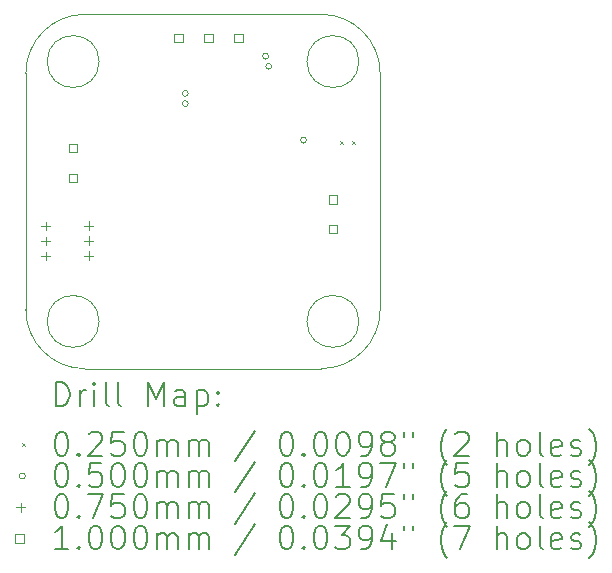
<source format=gbr>
%TF.GenerationSoftware,KiCad,Pcbnew,7.0.7*%
%TF.CreationDate,2023-12-21T16:20:20-05:00*%
%TF.ProjectId,BDC_ctrl_w_hall_effect_latches,4244435f-6374-4726-9c5f-775f68616c6c,rev?*%
%TF.SameCoordinates,Original*%
%TF.FileFunction,Drillmap*%
%TF.FilePolarity,Positive*%
%FSLAX45Y45*%
G04 Gerber Fmt 4.5, Leading zero omitted, Abs format (unit mm)*
G04 Created by KiCad (PCBNEW 7.0.7) date 2023-12-21 16:20:20*
%MOMM*%
%LPD*%
G01*
G04 APERTURE LIST*
%ADD10C,0.100000*%
%ADD11C,0.200000*%
%ADD12C,0.025000*%
%ADD13C,0.050000*%
%ADD14C,0.075000*%
G04 APERTURE END LIST*
D10*
X2000000Y-1500000D02*
G75*
G03*
X1500000Y-2000000I0J-500000D01*
G01*
X2120000Y-1900000D02*
G75*
G03*
X2120000Y-1900000I-220000J0D01*
G01*
X1500000Y-4000000D02*
X1500000Y-2000000D01*
X2000000Y-1500000D02*
X4000000Y-1500000D01*
X4320000Y-1900000D02*
G75*
G03*
X4320000Y-1900000I-220000J0D01*
G01*
X4500000Y-2000000D02*
G75*
G03*
X4000000Y-1500000I-500000J0D01*
G01*
X4320000Y-4100000D02*
G75*
G03*
X4320000Y-4100000I-220000J0D01*
G01*
X4000000Y-4500000D02*
X2000000Y-4500000D01*
X1500000Y-4000000D02*
G75*
G03*
X2000000Y-4500000I500000J0D01*
G01*
X2120000Y-4100000D02*
G75*
G03*
X2120000Y-4100000I-220000J0D01*
G01*
X4000000Y-4500000D02*
G75*
G03*
X4500000Y-4000000I0J500000D01*
G01*
X4500000Y-2000000D02*
X4500000Y-4000000D01*
D11*
D12*
X4160180Y-2570890D02*
X4185180Y-2595890D01*
X4185180Y-2570890D02*
X4160180Y-2595890D01*
X4260180Y-2570890D02*
X4285180Y-2595890D01*
X4285180Y-2570890D02*
X4260180Y-2595890D01*
D13*
X2874880Y-2169160D02*
G75*
G03*
X2874880Y-2169160I-25000J0D01*
G01*
X2874880Y-2255520D02*
G75*
G03*
X2874880Y-2255520I-25000J0D01*
G01*
X3555600Y-1854200D02*
G75*
G03*
X3555600Y-1854200I-25000J0D01*
G01*
X3581000Y-1940560D02*
G75*
G03*
X3581000Y-1940560I-25000J0D01*
G01*
X3875640Y-2565400D02*
G75*
G03*
X3875640Y-2565400I-25000J0D01*
G01*
D14*
X1667500Y-3254340D02*
X1667500Y-3329340D01*
X1630000Y-3291840D02*
X1705000Y-3291840D01*
X1667500Y-3381340D02*
X1667500Y-3456340D01*
X1630000Y-3418840D02*
X1705000Y-3418840D01*
X1667500Y-3508340D02*
X1667500Y-3583340D01*
X1630000Y-3545840D02*
X1705000Y-3545840D01*
X2030740Y-3252340D02*
X2030740Y-3327340D01*
X1993240Y-3289840D02*
X2068240Y-3289840D01*
X2030740Y-3379340D02*
X2030740Y-3454340D01*
X1993240Y-3416840D02*
X2068240Y-3416840D01*
X2030740Y-3506340D02*
X2030740Y-3581340D01*
X1993240Y-3543840D02*
X2068240Y-3543840D01*
D10*
X1935276Y-2668796D02*
X1935276Y-2598084D01*
X1864564Y-2598084D01*
X1864564Y-2668796D01*
X1935276Y-2668796D01*
X1935276Y-2918796D02*
X1935276Y-2848084D01*
X1864564Y-2848084D01*
X1864564Y-2918796D01*
X1935276Y-2918796D01*
X2827856Y-1737156D02*
X2827856Y-1666444D01*
X2757144Y-1666444D01*
X2757144Y-1737156D01*
X2827856Y-1737156D01*
X3081856Y-1737156D02*
X3081856Y-1666444D01*
X3011144Y-1666444D01*
X3011144Y-1737156D01*
X3081856Y-1737156D01*
X3335856Y-1737156D02*
X3335856Y-1666444D01*
X3265144Y-1666444D01*
X3265144Y-1737156D01*
X3335856Y-1737156D01*
X4133716Y-3103566D02*
X4133716Y-3032854D01*
X4063004Y-3032854D01*
X4063004Y-3103566D01*
X4133716Y-3103566D01*
X4133716Y-3353566D02*
X4133716Y-3282854D01*
X4063004Y-3282854D01*
X4063004Y-3353566D01*
X4133716Y-3353566D01*
D11*
X1755777Y-4816484D02*
X1755777Y-4616484D01*
X1755777Y-4616484D02*
X1803396Y-4616484D01*
X1803396Y-4616484D02*
X1831967Y-4626008D01*
X1831967Y-4626008D02*
X1851015Y-4645055D01*
X1851015Y-4645055D02*
X1860539Y-4664103D01*
X1860539Y-4664103D02*
X1870062Y-4702198D01*
X1870062Y-4702198D02*
X1870062Y-4730770D01*
X1870062Y-4730770D02*
X1860539Y-4768865D01*
X1860539Y-4768865D02*
X1851015Y-4787912D01*
X1851015Y-4787912D02*
X1831967Y-4806960D01*
X1831967Y-4806960D02*
X1803396Y-4816484D01*
X1803396Y-4816484D02*
X1755777Y-4816484D01*
X1955777Y-4816484D02*
X1955777Y-4683150D01*
X1955777Y-4721246D02*
X1965301Y-4702198D01*
X1965301Y-4702198D02*
X1974824Y-4692674D01*
X1974824Y-4692674D02*
X1993872Y-4683150D01*
X1993872Y-4683150D02*
X2012920Y-4683150D01*
X2079586Y-4816484D02*
X2079586Y-4683150D01*
X2079586Y-4616484D02*
X2070062Y-4626008D01*
X2070062Y-4626008D02*
X2079586Y-4635531D01*
X2079586Y-4635531D02*
X2089110Y-4626008D01*
X2089110Y-4626008D02*
X2079586Y-4616484D01*
X2079586Y-4616484D02*
X2079586Y-4635531D01*
X2203396Y-4816484D02*
X2184348Y-4806960D01*
X2184348Y-4806960D02*
X2174824Y-4787912D01*
X2174824Y-4787912D02*
X2174824Y-4616484D01*
X2308158Y-4816484D02*
X2289110Y-4806960D01*
X2289110Y-4806960D02*
X2279586Y-4787912D01*
X2279586Y-4787912D02*
X2279586Y-4616484D01*
X2536729Y-4816484D02*
X2536729Y-4616484D01*
X2536729Y-4616484D02*
X2603396Y-4759341D01*
X2603396Y-4759341D02*
X2670063Y-4616484D01*
X2670063Y-4616484D02*
X2670063Y-4816484D01*
X2851015Y-4816484D02*
X2851015Y-4711722D01*
X2851015Y-4711722D02*
X2841491Y-4692674D01*
X2841491Y-4692674D02*
X2822443Y-4683150D01*
X2822443Y-4683150D02*
X2784348Y-4683150D01*
X2784348Y-4683150D02*
X2765301Y-4692674D01*
X2851015Y-4806960D02*
X2831967Y-4816484D01*
X2831967Y-4816484D02*
X2784348Y-4816484D01*
X2784348Y-4816484D02*
X2765301Y-4806960D01*
X2765301Y-4806960D02*
X2755777Y-4787912D01*
X2755777Y-4787912D02*
X2755777Y-4768865D01*
X2755777Y-4768865D02*
X2765301Y-4749817D01*
X2765301Y-4749817D02*
X2784348Y-4740293D01*
X2784348Y-4740293D02*
X2831967Y-4740293D01*
X2831967Y-4740293D02*
X2851015Y-4730770D01*
X2946253Y-4683150D02*
X2946253Y-4883150D01*
X2946253Y-4692674D02*
X2965301Y-4683150D01*
X2965301Y-4683150D02*
X3003396Y-4683150D01*
X3003396Y-4683150D02*
X3022443Y-4692674D01*
X3022443Y-4692674D02*
X3031967Y-4702198D01*
X3031967Y-4702198D02*
X3041491Y-4721246D01*
X3041491Y-4721246D02*
X3041491Y-4778389D01*
X3041491Y-4778389D02*
X3031967Y-4797436D01*
X3031967Y-4797436D02*
X3022443Y-4806960D01*
X3022443Y-4806960D02*
X3003396Y-4816484D01*
X3003396Y-4816484D02*
X2965301Y-4816484D01*
X2965301Y-4816484D02*
X2946253Y-4806960D01*
X3127205Y-4797436D02*
X3136729Y-4806960D01*
X3136729Y-4806960D02*
X3127205Y-4816484D01*
X3127205Y-4816484D02*
X3117682Y-4806960D01*
X3117682Y-4806960D02*
X3127205Y-4797436D01*
X3127205Y-4797436D02*
X3127205Y-4816484D01*
X3127205Y-4692674D02*
X3136729Y-4702198D01*
X3136729Y-4702198D02*
X3127205Y-4711722D01*
X3127205Y-4711722D02*
X3117682Y-4702198D01*
X3117682Y-4702198D02*
X3127205Y-4692674D01*
X3127205Y-4692674D02*
X3127205Y-4711722D01*
D12*
X1470000Y-5132500D02*
X1495000Y-5157500D01*
X1495000Y-5132500D02*
X1470000Y-5157500D01*
D11*
X1793872Y-5036484D02*
X1812920Y-5036484D01*
X1812920Y-5036484D02*
X1831967Y-5046008D01*
X1831967Y-5046008D02*
X1841491Y-5055531D01*
X1841491Y-5055531D02*
X1851015Y-5074579D01*
X1851015Y-5074579D02*
X1860539Y-5112674D01*
X1860539Y-5112674D02*
X1860539Y-5160293D01*
X1860539Y-5160293D02*
X1851015Y-5198389D01*
X1851015Y-5198389D02*
X1841491Y-5217436D01*
X1841491Y-5217436D02*
X1831967Y-5226960D01*
X1831967Y-5226960D02*
X1812920Y-5236484D01*
X1812920Y-5236484D02*
X1793872Y-5236484D01*
X1793872Y-5236484D02*
X1774824Y-5226960D01*
X1774824Y-5226960D02*
X1765301Y-5217436D01*
X1765301Y-5217436D02*
X1755777Y-5198389D01*
X1755777Y-5198389D02*
X1746253Y-5160293D01*
X1746253Y-5160293D02*
X1746253Y-5112674D01*
X1746253Y-5112674D02*
X1755777Y-5074579D01*
X1755777Y-5074579D02*
X1765301Y-5055531D01*
X1765301Y-5055531D02*
X1774824Y-5046008D01*
X1774824Y-5046008D02*
X1793872Y-5036484D01*
X1946253Y-5217436D02*
X1955777Y-5226960D01*
X1955777Y-5226960D02*
X1946253Y-5236484D01*
X1946253Y-5236484D02*
X1936729Y-5226960D01*
X1936729Y-5226960D02*
X1946253Y-5217436D01*
X1946253Y-5217436D02*
X1946253Y-5236484D01*
X2031967Y-5055531D02*
X2041491Y-5046008D01*
X2041491Y-5046008D02*
X2060539Y-5036484D01*
X2060539Y-5036484D02*
X2108158Y-5036484D01*
X2108158Y-5036484D02*
X2127205Y-5046008D01*
X2127205Y-5046008D02*
X2136729Y-5055531D01*
X2136729Y-5055531D02*
X2146253Y-5074579D01*
X2146253Y-5074579D02*
X2146253Y-5093627D01*
X2146253Y-5093627D02*
X2136729Y-5122198D01*
X2136729Y-5122198D02*
X2022443Y-5236484D01*
X2022443Y-5236484D02*
X2146253Y-5236484D01*
X2327205Y-5036484D02*
X2231967Y-5036484D01*
X2231967Y-5036484D02*
X2222444Y-5131722D01*
X2222444Y-5131722D02*
X2231967Y-5122198D01*
X2231967Y-5122198D02*
X2251015Y-5112674D01*
X2251015Y-5112674D02*
X2298634Y-5112674D01*
X2298634Y-5112674D02*
X2317682Y-5122198D01*
X2317682Y-5122198D02*
X2327205Y-5131722D01*
X2327205Y-5131722D02*
X2336729Y-5150770D01*
X2336729Y-5150770D02*
X2336729Y-5198389D01*
X2336729Y-5198389D02*
X2327205Y-5217436D01*
X2327205Y-5217436D02*
X2317682Y-5226960D01*
X2317682Y-5226960D02*
X2298634Y-5236484D01*
X2298634Y-5236484D02*
X2251015Y-5236484D01*
X2251015Y-5236484D02*
X2231967Y-5226960D01*
X2231967Y-5226960D02*
X2222444Y-5217436D01*
X2460539Y-5036484D02*
X2479586Y-5036484D01*
X2479586Y-5036484D02*
X2498634Y-5046008D01*
X2498634Y-5046008D02*
X2508158Y-5055531D01*
X2508158Y-5055531D02*
X2517682Y-5074579D01*
X2517682Y-5074579D02*
X2527205Y-5112674D01*
X2527205Y-5112674D02*
X2527205Y-5160293D01*
X2527205Y-5160293D02*
X2517682Y-5198389D01*
X2517682Y-5198389D02*
X2508158Y-5217436D01*
X2508158Y-5217436D02*
X2498634Y-5226960D01*
X2498634Y-5226960D02*
X2479586Y-5236484D01*
X2479586Y-5236484D02*
X2460539Y-5236484D01*
X2460539Y-5236484D02*
X2441491Y-5226960D01*
X2441491Y-5226960D02*
X2431967Y-5217436D01*
X2431967Y-5217436D02*
X2422444Y-5198389D01*
X2422444Y-5198389D02*
X2412920Y-5160293D01*
X2412920Y-5160293D02*
X2412920Y-5112674D01*
X2412920Y-5112674D02*
X2422444Y-5074579D01*
X2422444Y-5074579D02*
X2431967Y-5055531D01*
X2431967Y-5055531D02*
X2441491Y-5046008D01*
X2441491Y-5046008D02*
X2460539Y-5036484D01*
X2612920Y-5236484D02*
X2612920Y-5103150D01*
X2612920Y-5122198D02*
X2622444Y-5112674D01*
X2622444Y-5112674D02*
X2641491Y-5103150D01*
X2641491Y-5103150D02*
X2670063Y-5103150D01*
X2670063Y-5103150D02*
X2689110Y-5112674D01*
X2689110Y-5112674D02*
X2698634Y-5131722D01*
X2698634Y-5131722D02*
X2698634Y-5236484D01*
X2698634Y-5131722D02*
X2708158Y-5112674D01*
X2708158Y-5112674D02*
X2727205Y-5103150D01*
X2727205Y-5103150D02*
X2755777Y-5103150D01*
X2755777Y-5103150D02*
X2774825Y-5112674D01*
X2774825Y-5112674D02*
X2784348Y-5131722D01*
X2784348Y-5131722D02*
X2784348Y-5236484D01*
X2879586Y-5236484D02*
X2879586Y-5103150D01*
X2879586Y-5122198D02*
X2889110Y-5112674D01*
X2889110Y-5112674D02*
X2908158Y-5103150D01*
X2908158Y-5103150D02*
X2936729Y-5103150D01*
X2936729Y-5103150D02*
X2955777Y-5112674D01*
X2955777Y-5112674D02*
X2965301Y-5131722D01*
X2965301Y-5131722D02*
X2965301Y-5236484D01*
X2965301Y-5131722D02*
X2974824Y-5112674D01*
X2974824Y-5112674D02*
X2993872Y-5103150D01*
X2993872Y-5103150D02*
X3022443Y-5103150D01*
X3022443Y-5103150D02*
X3041491Y-5112674D01*
X3041491Y-5112674D02*
X3051015Y-5131722D01*
X3051015Y-5131722D02*
X3051015Y-5236484D01*
X3441491Y-5026960D02*
X3270063Y-5284103D01*
X3698634Y-5036484D02*
X3717682Y-5036484D01*
X3717682Y-5036484D02*
X3736729Y-5046008D01*
X3736729Y-5046008D02*
X3746253Y-5055531D01*
X3746253Y-5055531D02*
X3755777Y-5074579D01*
X3755777Y-5074579D02*
X3765301Y-5112674D01*
X3765301Y-5112674D02*
X3765301Y-5160293D01*
X3765301Y-5160293D02*
X3755777Y-5198389D01*
X3755777Y-5198389D02*
X3746253Y-5217436D01*
X3746253Y-5217436D02*
X3736729Y-5226960D01*
X3736729Y-5226960D02*
X3717682Y-5236484D01*
X3717682Y-5236484D02*
X3698634Y-5236484D01*
X3698634Y-5236484D02*
X3679586Y-5226960D01*
X3679586Y-5226960D02*
X3670063Y-5217436D01*
X3670063Y-5217436D02*
X3660539Y-5198389D01*
X3660539Y-5198389D02*
X3651015Y-5160293D01*
X3651015Y-5160293D02*
X3651015Y-5112674D01*
X3651015Y-5112674D02*
X3660539Y-5074579D01*
X3660539Y-5074579D02*
X3670063Y-5055531D01*
X3670063Y-5055531D02*
X3679586Y-5046008D01*
X3679586Y-5046008D02*
X3698634Y-5036484D01*
X3851015Y-5217436D02*
X3860539Y-5226960D01*
X3860539Y-5226960D02*
X3851015Y-5236484D01*
X3851015Y-5236484D02*
X3841491Y-5226960D01*
X3841491Y-5226960D02*
X3851015Y-5217436D01*
X3851015Y-5217436D02*
X3851015Y-5236484D01*
X3984348Y-5036484D02*
X4003396Y-5036484D01*
X4003396Y-5036484D02*
X4022444Y-5046008D01*
X4022444Y-5046008D02*
X4031967Y-5055531D01*
X4031967Y-5055531D02*
X4041491Y-5074579D01*
X4041491Y-5074579D02*
X4051015Y-5112674D01*
X4051015Y-5112674D02*
X4051015Y-5160293D01*
X4051015Y-5160293D02*
X4041491Y-5198389D01*
X4041491Y-5198389D02*
X4031967Y-5217436D01*
X4031967Y-5217436D02*
X4022444Y-5226960D01*
X4022444Y-5226960D02*
X4003396Y-5236484D01*
X4003396Y-5236484D02*
X3984348Y-5236484D01*
X3984348Y-5236484D02*
X3965301Y-5226960D01*
X3965301Y-5226960D02*
X3955777Y-5217436D01*
X3955777Y-5217436D02*
X3946253Y-5198389D01*
X3946253Y-5198389D02*
X3936729Y-5160293D01*
X3936729Y-5160293D02*
X3936729Y-5112674D01*
X3936729Y-5112674D02*
X3946253Y-5074579D01*
X3946253Y-5074579D02*
X3955777Y-5055531D01*
X3955777Y-5055531D02*
X3965301Y-5046008D01*
X3965301Y-5046008D02*
X3984348Y-5036484D01*
X4174825Y-5036484D02*
X4193872Y-5036484D01*
X4193872Y-5036484D02*
X4212920Y-5046008D01*
X4212920Y-5046008D02*
X4222444Y-5055531D01*
X4222444Y-5055531D02*
X4231968Y-5074579D01*
X4231968Y-5074579D02*
X4241491Y-5112674D01*
X4241491Y-5112674D02*
X4241491Y-5160293D01*
X4241491Y-5160293D02*
X4231968Y-5198389D01*
X4231968Y-5198389D02*
X4222444Y-5217436D01*
X4222444Y-5217436D02*
X4212920Y-5226960D01*
X4212920Y-5226960D02*
X4193872Y-5236484D01*
X4193872Y-5236484D02*
X4174825Y-5236484D01*
X4174825Y-5236484D02*
X4155777Y-5226960D01*
X4155777Y-5226960D02*
X4146253Y-5217436D01*
X4146253Y-5217436D02*
X4136729Y-5198389D01*
X4136729Y-5198389D02*
X4127206Y-5160293D01*
X4127206Y-5160293D02*
X4127206Y-5112674D01*
X4127206Y-5112674D02*
X4136729Y-5074579D01*
X4136729Y-5074579D02*
X4146253Y-5055531D01*
X4146253Y-5055531D02*
X4155777Y-5046008D01*
X4155777Y-5046008D02*
X4174825Y-5036484D01*
X4336729Y-5236484D02*
X4374825Y-5236484D01*
X4374825Y-5236484D02*
X4393872Y-5226960D01*
X4393872Y-5226960D02*
X4403396Y-5217436D01*
X4403396Y-5217436D02*
X4422444Y-5188865D01*
X4422444Y-5188865D02*
X4431968Y-5150770D01*
X4431968Y-5150770D02*
X4431968Y-5074579D01*
X4431968Y-5074579D02*
X4422444Y-5055531D01*
X4422444Y-5055531D02*
X4412920Y-5046008D01*
X4412920Y-5046008D02*
X4393872Y-5036484D01*
X4393872Y-5036484D02*
X4355777Y-5036484D01*
X4355777Y-5036484D02*
X4336729Y-5046008D01*
X4336729Y-5046008D02*
X4327206Y-5055531D01*
X4327206Y-5055531D02*
X4317682Y-5074579D01*
X4317682Y-5074579D02*
X4317682Y-5122198D01*
X4317682Y-5122198D02*
X4327206Y-5141246D01*
X4327206Y-5141246D02*
X4336729Y-5150770D01*
X4336729Y-5150770D02*
X4355777Y-5160293D01*
X4355777Y-5160293D02*
X4393872Y-5160293D01*
X4393872Y-5160293D02*
X4412920Y-5150770D01*
X4412920Y-5150770D02*
X4422444Y-5141246D01*
X4422444Y-5141246D02*
X4431968Y-5122198D01*
X4546253Y-5122198D02*
X4527206Y-5112674D01*
X4527206Y-5112674D02*
X4517682Y-5103150D01*
X4517682Y-5103150D02*
X4508158Y-5084103D01*
X4508158Y-5084103D02*
X4508158Y-5074579D01*
X4508158Y-5074579D02*
X4517682Y-5055531D01*
X4517682Y-5055531D02*
X4527206Y-5046008D01*
X4527206Y-5046008D02*
X4546253Y-5036484D01*
X4546253Y-5036484D02*
X4584349Y-5036484D01*
X4584349Y-5036484D02*
X4603396Y-5046008D01*
X4603396Y-5046008D02*
X4612920Y-5055531D01*
X4612920Y-5055531D02*
X4622444Y-5074579D01*
X4622444Y-5074579D02*
X4622444Y-5084103D01*
X4622444Y-5084103D02*
X4612920Y-5103150D01*
X4612920Y-5103150D02*
X4603396Y-5112674D01*
X4603396Y-5112674D02*
X4584349Y-5122198D01*
X4584349Y-5122198D02*
X4546253Y-5122198D01*
X4546253Y-5122198D02*
X4527206Y-5131722D01*
X4527206Y-5131722D02*
X4517682Y-5141246D01*
X4517682Y-5141246D02*
X4508158Y-5160293D01*
X4508158Y-5160293D02*
X4508158Y-5198389D01*
X4508158Y-5198389D02*
X4517682Y-5217436D01*
X4517682Y-5217436D02*
X4527206Y-5226960D01*
X4527206Y-5226960D02*
X4546253Y-5236484D01*
X4546253Y-5236484D02*
X4584349Y-5236484D01*
X4584349Y-5236484D02*
X4603396Y-5226960D01*
X4603396Y-5226960D02*
X4612920Y-5217436D01*
X4612920Y-5217436D02*
X4622444Y-5198389D01*
X4622444Y-5198389D02*
X4622444Y-5160293D01*
X4622444Y-5160293D02*
X4612920Y-5141246D01*
X4612920Y-5141246D02*
X4603396Y-5131722D01*
X4603396Y-5131722D02*
X4584349Y-5122198D01*
X4698634Y-5036484D02*
X4698634Y-5074579D01*
X4774825Y-5036484D02*
X4774825Y-5074579D01*
X5070063Y-5312674D02*
X5060539Y-5303150D01*
X5060539Y-5303150D02*
X5041491Y-5274579D01*
X5041491Y-5274579D02*
X5031968Y-5255531D01*
X5031968Y-5255531D02*
X5022444Y-5226960D01*
X5022444Y-5226960D02*
X5012920Y-5179341D01*
X5012920Y-5179341D02*
X5012920Y-5141246D01*
X5012920Y-5141246D02*
X5022444Y-5093627D01*
X5022444Y-5093627D02*
X5031968Y-5065055D01*
X5031968Y-5065055D02*
X5041491Y-5046008D01*
X5041491Y-5046008D02*
X5060539Y-5017436D01*
X5060539Y-5017436D02*
X5070063Y-5007912D01*
X5136730Y-5055531D02*
X5146253Y-5046008D01*
X5146253Y-5046008D02*
X5165301Y-5036484D01*
X5165301Y-5036484D02*
X5212920Y-5036484D01*
X5212920Y-5036484D02*
X5231968Y-5046008D01*
X5231968Y-5046008D02*
X5241491Y-5055531D01*
X5241491Y-5055531D02*
X5251015Y-5074579D01*
X5251015Y-5074579D02*
X5251015Y-5093627D01*
X5251015Y-5093627D02*
X5241491Y-5122198D01*
X5241491Y-5122198D02*
X5127206Y-5236484D01*
X5127206Y-5236484D02*
X5251015Y-5236484D01*
X5489111Y-5236484D02*
X5489111Y-5036484D01*
X5574825Y-5236484D02*
X5574825Y-5131722D01*
X5574825Y-5131722D02*
X5565301Y-5112674D01*
X5565301Y-5112674D02*
X5546253Y-5103150D01*
X5546253Y-5103150D02*
X5517682Y-5103150D01*
X5517682Y-5103150D02*
X5498634Y-5112674D01*
X5498634Y-5112674D02*
X5489111Y-5122198D01*
X5698634Y-5236484D02*
X5679587Y-5226960D01*
X5679587Y-5226960D02*
X5670063Y-5217436D01*
X5670063Y-5217436D02*
X5660539Y-5198389D01*
X5660539Y-5198389D02*
X5660539Y-5141246D01*
X5660539Y-5141246D02*
X5670063Y-5122198D01*
X5670063Y-5122198D02*
X5679587Y-5112674D01*
X5679587Y-5112674D02*
X5698634Y-5103150D01*
X5698634Y-5103150D02*
X5727206Y-5103150D01*
X5727206Y-5103150D02*
X5746253Y-5112674D01*
X5746253Y-5112674D02*
X5755777Y-5122198D01*
X5755777Y-5122198D02*
X5765301Y-5141246D01*
X5765301Y-5141246D02*
X5765301Y-5198389D01*
X5765301Y-5198389D02*
X5755777Y-5217436D01*
X5755777Y-5217436D02*
X5746253Y-5226960D01*
X5746253Y-5226960D02*
X5727206Y-5236484D01*
X5727206Y-5236484D02*
X5698634Y-5236484D01*
X5879587Y-5236484D02*
X5860539Y-5226960D01*
X5860539Y-5226960D02*
X5851015Y-5207912D01*
X5851015Y-5207912D02*
X5851015Y-5036484D01*
X6031968Y-5226960D02*
X6012920Y-5236484D01*
X6012920Y-5236484D02*
X5974825Y-5236484D01*
X5974825Y-5236484D02*
X5955777Y-5226960D01*
X5955777Y-5226960D02*
X5946253Y-5207912D01*
X5946253Y-5207912D02*
X5946253Y-5131722D01*
X5946253Y-5131722D02*
X5955777Y-5112674D01*
X5955777Y-5112674D02*
X5974825Y-5103150D01*
X5974825Y-5103150D02*
X6012920Y-5103150D01*
X6012920Y-5103150D02*
X6031968Y-5112674D01*
X6031968Y-5112674D02*
X6041491Y-5131722D01*
X6041491Y-5131722D02*
X6041491Y-5150770D01*
X6041491Y-5150770D02*
X5946253Y-5169817D01*
X6117682Y-5226960D02*
X6136730Y-5236484D01*
X6136730Y-5236484D02*
X6174825Y-5236484D01*
X6174825Y-5236484D02*
X6193872Y-5226960D01*
X6193872Y-5226960D02*
X6203396Y-5207912D01*
X6203396Y-5207912D02*
X6203396Y-5198389D01*
X6203396Y-5198389D02*
X6193872Y-5179341D01*
X6193872Y-5179341D02*
X6174825Y-5169817D01*
X6174825Y-5169817D02*
X6146253Y-5169817D01*
X6146253Y-5169817D02*
X6127206Y-5160293D01*
X6127206Y-5160293D02*
X6117682Y-5141246D01*
X6117682Y-5141246D02*
X6117682Y-5131722D01*
X6117682Y-5131722D02*
X6127206Y-5112674D01*
X6127206Y-5112674D02*
X6146253Y-5103150D01*
X6146253Y-5103150D02*
X6174825Y-5103150D01*
X6174825Y-5103150D02*
X6193872Y-5112674D01*
X6270063Y-5312674D02*
X6279587Y-5303150D01*
X6279587Y-5303150D02*
X6298634Y-5274579D01*
X6298634Y-5274579D02*
X6308158Y-5255531D01*
X6308158Y-5255531D02*
X6317682Y-5226960D01*
X6317682Y-5226960D02*
X6327206Y-5179341D01*
X6327206Y-5179341D02*
X6327206Y-5141246D01*
X6327206Y-5141246D02*
X6317682Y-5093627D01*
X6317682Y-5093627D02*
X6308158Y-5065055D01*
X6308158Y-5065055D02*
X6298634Y-5046008D01*
X6298634Y-5046008D02*
X6279587Y-5017436D01*
X6279587Y-5017436D02*
X6270063Y-5007912D01*
D13*
X1495000Y-5409000D02*
G75*
G03*
X1495000Y-5409000I-25000J0D01*
G01*
D11*
X1793872Y-5300484D02*
X1812920Y-5300484D01*
X1812920Y-5300484D02*
X1831967Y-5310008D01*
X1831967Y-5310008D02*
X1841491Y-5319531D01*
X1841491Y-5319531D02*
X1851015Y-5338579D01*
X1851015Y-5338579D02*
X1860539Y-5376674D01*
X1860539Y-5376674D02*
X1860539Y-5424293D01*
X1860539Y-5424293D02*
X1851015Y-5462389D01*
X1851015Y-5462389D02*
X1841491Y-5481436D01*
X1841491Y-5481436D02*
X1831967Y-5490960D01*
X1831967Y-5490960D02*
X1812920Y-5500484D01*
X1812920Y-5500484D02*
X1793872Y-5500484D01*
X1793872Y-5500484D02*
X1774824Y-5490960D01*
X1774824Y-5490960D02*
X1765301Y-5481436D01*
X1765301Y-5481436D02*
X1755777Y-5462389D01*
X1755777Y-5462389D02*
X1746253Y-5424293D01*
X1746253Y-5424293D02*
X1746253Y-5376674D01*
X1746253Y-5376674D02*
X1755777Y-5338579D01*
X1755777Y-5338579D02*
X1765301Y-5319531D01*
X1765301Y-5319531D02*
X1774824Y-5310008D01*
X1774824Y-5310008D02*
X1793872Y-5300484D01*
X1946253Y-5481436D02*
X1955777Y-5490960D01*
X1955777Y-5490960D02*
X1946253Y-5500484D01*
X1946253Y-5500484D02*
X1936729Y-5490960D01*
X1936729Y-5490960D02*
X1946253Y-5481436D01*
X1946253Y-5481436D02*
X1946253Y-5500484D01*
X2136729Y-5300484D02*
X2041491Y-5300484D01*
X2041491Y-5300484D02*
X2031967Y-5395722D01*
X2031967Y-5395722D02*
X2041491Y-5386198D01*
X2041491Y-5386198D02*
X2060539Y-5376674D01*
X2060539Y-5376674D02*
X2108158Y-5376674D01*
X2108158Y-5376674D02*
X2127205Y-5386198D01*
X2127205Y-5386198D02*
X2136729Y-5395722D01*
X2136729Y-5395722D02*
X2146253Y-5414770D01*
X2146253Y-5414770D02*
X2146253Y-5462389D01*
X2146253Y-5462389D02*
X2136729Y-5481436D01*
X2136729Y-5481436D02*
X2127205Y-5490960D01*
X2127205Y-5490960D02*
X2108158Y-5500484D01*
X2108158Y-5500484D02*
X2060539Y-5500484D01*
X2060539Y-5500484D02*
X2041491Y-5490960D01*
X2041491Y-5490960D02*
X2031967Y-5481436D01*
X2270063Y-5300484D02*
X2289110Y-5300484D01*
X2289110Y-5300484D02*
X2308158Y-5310008D01*
X2308158Y-5310008D02*
X2317682Y-5319531D01*
X2317682Y-5319531D02*
X2327205Y-5338579D01*
X2327205Y-5338579D02*
X2336729Y-5376674D01*
X2336729Y-5376674D02*
X2336729Y-5424293D01*
X2336729Y-5424293D02*
X2327205Y-5462389D01*
X2327205Y-5462389D02*
X2317682Y-5481436D01*
X2317682Y-5481436D02*
X2308158Y-5490960D01*
X2308158Y-5490960D02*
X2289110Y-5500484D01*
X2289110Y-5500484D02*
X2270063Y-5500484D01*
X2270063Y-5500484D02*
X2251015Y-5490960D01*
X2251015Y-5490960D02*
X2241491Y-5481436D01*
X2241491Y-5481436D02*
X2231967Y-5462389D01*
X2231967Y-5462389D02*
X2222444Y-5424293D01*
X2222444Y-5424293D02*
X2222444Y-5376674D01*
X2222444Y-5376674D02*
X2231967Y-5338579D01*
X2231967Y-5338579D02*
X2241491Y-5319531D01*
X2241491Y-5319531D02*
X2251015Y-5310008D01*
X2251015Y-5310008D02*
X2270063Y-5300484D01*
X2460539Y-5300484D02*
X2479586Y-5300484D01*
X2479586Y-5300484D02*
X2498634Y-5310008D01*
X2498634Y-5310008D02*
X2508158Y-5319531D01*
X2508158Y-5319531D02*
X2517682Y-5338579D01*
X2517682Y-5338579D02*
X2527205Y-5376674D01*
X2527205Y-5376674D02*
X2527205Y-5424293D01*
X2527205Y-5424293D02*
X2517682Y-5462389D01*
X2517682Y-5462389D02*
X2508158Y-5481436D01*
X2508158Y-5481436D02*
X2498634Y-5490960D01*
X2498634Y-5490960D02*
X2479586Y-5500484D01*
X2479586Y-5500484D02*
X2460539Y-5500484D01*
X2460539Y-5500484D02*
X2441491Y-5490960D01*
X2441491Y-5490960D02*
X2431967Y-5481436D01*
X2431967Y-5481436D02*
X2422444Y-5462389D01*
X2422444Y-5462389D02*
X2412920Y-5424293D01*
X2412920Y-5424293D02*
X2412920Y-5376674D01*
X2412920Y-5376674D02*
X2422444Y-5338579D01*
X2422444Y-5338579D02*
X2431967Y-5319531D01*
X2431967Y-5319531D02*
X2441491Y-5310008D01*
X2441491Y-5310008D02*
X2460539Y-5300484D01*
X2612920Y-5500484D02*
X2612920Y-5367150D01*
X2612920Y-5386198D02*
X2622444Y-5376674D01*
X2622444Y-5376674D02*
X2641491Y-5367150D01*
X2641491Y-5367150D02*
X2670063Y-5367150D01*
X2670063Y-5367150D02*
X2689110Y-5376674D01*
X2689110Y-5376674D02*
X2698634Y-5395722D01*
X2698634Y-5395722D02*
X2698634Y-5500484D01*
X2698634Y-5395722D02*
X2708158Y-5376674D01*
X2708158Y-5376674D02*
X2727205Y-5367150D01*
X2727205Y-5367150D02*
X2755777Y-5367150D01*
X2755777Y-5367150D02*
X2774825Y-5376674D01*
X2774825Y-5376674D02*
X2784348Y-5395722D01*
X2784348Y-5395722D02*
X2784348Y-5500484D01*
X2879586Y-5500484D02*
X2879586Y-5367150D01*
X2879586Y-5386198D02*
X2889110Y-5376674D01*
X2889110Y-5376674D02*
X2908158Y-5367150D01*
X2908158Y-5367150D02*
X2936729Y-5367150D01*
X2936729Y-5367150D02*
X2955777Y-5376674D01*
X2955777Y-5376674D02*
X2965301Y-5395722D01*
X2965301Y-5395722D02*
X2965301Y-5500484D01*
X2965301Y-5395722D02*
X2974824Y-5376674D01*
X2974824Y-5376674D02*
X2993872Y-5367150D01*
X2993872Y-5367150D02*
X3022443Y-5367150D01*
X3022443Y-5367150D02*
X3041491Y-5376674D01*
X3041491Y-5376674D02*
X3051015Y-5395722D01*
X3051015Y-5395722D02*
X3051015Y-5500484D01*
X3441491Y-5290960D02*
X3270063Y-5548103D01*
X3698634Y-5300484D02*
X3717682Y-5300484D01*
X3717682Y-5300484D02*
X3736729Y-5310008D01*
X3736729Y-5310008D02*
X3746253Y-5319531D01*
X3746253Y-5319531D02*
X3755777Y-5338579D01*
X3755777Y-5338579D02*
X3765301Y-5376674D01*
X3765301Y-5376674D02*
X3765301Y-5424293D01*
X3765301Y-5424293D02*
X3755777Y-5462389D01*
X3755777Y-5462389D02*
X3746253Y-5481436D01*
X3746253Y-5481436D02*
X3736729Y-5490960D01*
X3736729Y-5490960D02*
X3717682Y-5500484D01*
X3717682Y-5500484D02*
X3698634Y-5500484D01*
X3698634Y-5500484D02*
X3679586Y-5490960D01*
X3679586Y-5490960D02*
X3670063Y-5481436D01*
X3670063Y-5481436D02*
X3660539Y-5462389D01*
X3660539Y-5462389D02*
X3651015Y-5424293D01*
X3651015Y-5424293D02*
X3651015Y-5376674D01*
X3651015Y-5376674D02*
X3660539Y-5338579D01*
X3660539Y-5338579D02*
X3670063Y-5319531D01*
X3670063Y-5319531D02*
X3679586Y-5310008D01*
X3679586Y-5310008D02*
X3698634Y-5300484D01*
X3851015Y-5481436D02*
X3860539Y-5490960D01*
X3860539Y-5490960D02*
X3851015Y-5500484D01*
X3851015Y-5500484D02*
X3841491Y-5490960D01*
X3841491Y-5490960D02*
X3851015Y-5481436D01*
X3851015Y-5481436D02*
X3851015Y-5500484D01*
X3984348Y-5300484D02*
X4003396Y-5300484D01*
X4003396Y-5300484D02*
X4022444Y-5310008D01*
X4022444Y-5310008D02*
X4031967Y-5319531D01*
X4031967Y-5319531D02*
X4041491Y-5338579D01*
X4041491Y-5338579D02*
X4051015Y-5376674D01*
X4051015Y-5376674D02*
X4051015Y-5424293D01*
X4051015Y-5424293D02*
X4041491Y-5462389D01*
X4041491Y-5462389D02*
X4031967Y-5481436D01*
X4031967Y-5481436D02*
X4022444Y-5490960D01*
X4022444Y-5490960D02*
X4003396Y-5500484D01*
X4003396Y-5500484D02*
X3984348Y-5500484D01*
X3984348Y-5500484D02*
X3965301Y-5490960D01*
X3965301Y-5490960D02*
X3955777Y-5481436D01*
X3955777Y-5481436D02*
X3946253Y-5462389D01*
X3946253Y-5462389D02*
X3936729Y-5424293D01*
X3936729Y-5424293D02*
X3936729Y-5376674D01*
X3936729Y-5376674D02*
X3946253Y-5338579D01*
X3946253Y-5338579D02*
X3955777Y-5319531D01*
X3955777Y-5319531D02*
X3965301Y-5310008D01*
X3965301Y-5310008D02*
X3984348Y-5300484D01*
X4241491Y-5500484D02*
X4127206Y-5500484D01*
X4184348Y-5500484D02*
X4184348Y-5300484D01*
X4184348Y-5300484D02*
X4165301Y-5329055D01*
X4165301Y-5329055D02*
X4146253Y-5348103D01*
X4146253Y-5348103D02*
X4127206Y-5357627D01*
X4336729Y-5500484D02*
X4374825Y-5500484D01*
X4374825Y-5500484D02*
X4393872Y-5490960D01*
X4393872Y-5490960D02*
X4403396Y-5481436D01*
X4403396Y-5481436D02*
X4422444Y-5452865D01*
X4422444Y-5452865D02*
X4431968Y-5414770D01*
X4431968Y-5414770D02*
X4431968Y-5338579D01*
X4431968Y-5338579D02*
X4422444Y-5319531D01*
X4422444Y-5319531D02*
X4412920Y-5310008D01*
X4412920Y-5310008D02*
X4393872Y-5300484D01*
X4393872Y-5300484D02*
X4355777Y-5300484D01*
X4355777Y-5300484D02*
X4336729Y-5310008D01*
X4336729Y-5310008D02*
X4327206Y-5319531D01*
X4327206Y-5319531D02*
X4317682Y-5338579D01*
X4317682Y-5338579D02*
X4317682Y-5386198D01*
X4317682Y-5386198D02*
X4327206Y-5405246D01*
X4327206Y-5405246D02*
X4336729Y-5414770D01*
X4336729Y-5414770D02*
X4355777Y-5424293D01*
X4355777Y-5424293D02*
X4393872Y-5424293D01*
X4393872Y-5424293D02*
X4412920Y-5414770D01*
X4412920Y-5414770D02*
X4422444Y-5405246D01*
X4422444Y-5405246D02*
X4431968Y-5386198D01*
X4498634Y-5300484D02*
X4631968Y-5300484D01*
X4631968Y-5300484D02*
X4546253Y-5500484D01*
X4698634Y-5300484D02*
X4698634Y-5338579D01*
X4774825Y-5300484D02*
X4774825Y-5338579D01*
X5070063Y-5576674D02*
X5060539Y-5567150D01*
X5060539Y-5567150D02*
X5041491Y-5538579D01*
X5041491Y-5538579D02*
X5031968Y-5519531D01*
X5031968Y-5519531D02*
X5022444Y-5490960D01*
X5022444Y-5490960D02*
X5012920Y-5443341D01*
X5012920Y-5443341D02*
X5012920Y-5405246D01*
X5012920Y-5405246D02*
X5022444Y-5357627D01*
X5022444Y-5357627D02*
X5031968Y-5329055D01*
X5031968Y-5329055D02*
X5041491Y-5310008D01*
X5041491Y-5310008D02*
X5060539Y-5281436D01*
X5060539Y-5281436D02*
X5070063Y-5271912D01*
X5241491Y-5300484D02*
X5146253Y-5300484D01*
X5146253Y-5300484D02*
X5136730Y-5395722D01*
X5136730Y-5395722D02*
X5146253Y-5386198D01*
X5146253Y-5386198D02*
X5165301Y-5376674D01*
X5165301Y-5376674D02*
X5212920Y-5376674D01*
X5212920Y-5376674D02*
X5231968Y-5386198D01*
X5231968Y-5386198D02*
X5241491Y-5395722D01*
X5241491Y-5395722D02*
X5251015Y-5414770D01*
X5251015Y-5414770D02*
X5251015Y-5462389D01*
X5251015Y-5462389D02*
X5241491Y-5481436D01*
X5241491Y-5481436D02*
X5231968Y-5490960D01*
X5231968Y-5490960D02*
X5212920Y-5500484D01*
X5212920Y-5500484D02*
X5165301Y-5500484D01*
X5165301Y-5500484D02*
X5146253Y-5490960D01*
X5146253Y-5490960D02*
X5136730Y-5481436D01*
X5489111Y-5500484D02*
X5489111Y-5300484D01*
X5574825Y-5500484D02*
X5574825Y-5395722D01*
X5574825Y-5395722D02*
X5565301Y-5376674D01*
X5565301Y-5376674D02*
X5546253Y-5367150D01*
X5546253Y-5367150D02*
X5517682Y-5367150D01*
X5517682Y-5367150D02*
X5498634Y-5376674D01*
X5498634Y-5376674D02*
X5489111Y-5386198D01*
X5698634Y-5500484D02*
X5679587Y-5490960D01*
X5679587Y-5490960D02*
X5670063Y-5481436D01*
X5670063Y-5481436D02*
X5660539Y-5462389D01*
X5660539Y-5462389D02*
X5660539Y-5405246D01*
X5660539Y-5405246D02*
X5670063Y-5386198D01*
X5670063Y-5386198D02*
X5679587Y-5376674D01*
X5679587Y-5376674D02*
X5698634Y-5367150D01*
X5698634Y-5367150D02*
X5727206Y-5367150D01*
X5727206Y-5367150D02*
X5746253Y-5376674D01*
X5746253Y-5376674D02*
X5755777Y-5386198D01*
X5755777Y-5386198D02*
X5765301Y-5405246D01*
X5765301Y-5405246D02*
X5765301Y-5462389D01*
X5765301Y-5462389D02*
X5755777Y-5481436D01*
X5755777Y-5481436D02*
X5746253Y-5490960D01*
X5746253Y-5490960D02*
X5727206Y-5500484D01*
X5727206Y-5500484D02*
X5698634Y-5500484D01*
X5879587Y-5500484D02*
X5860539Y-5490960D01*
X5860539Y-5490960D02*
X5851015Y-5471912D01*
X5851015Y-5471912D02*
X5851015Y-5300484D01*
X6031968Y-5490960D02*
X6012920Y-5500484D01*
X6012920Y-5500484D02*
X5974825Y-5500484D01*
X5974825Y-5500484D02*
X5955777Y-5490960D01*
X5955777Y-5490960D02*
X5946253Y-5471912D01*
X5946253Y-5471912D02*
X5946253Y-5395722D01*
X5946253Y-5395722D02*
X5955777Y-5376674D01*
X5955777Y-5376674D02*
X5974825Y-5367150D01*
X5974825Y-5367150D02*
X6012920Y-5367150D01*
X6012920Y-5367150D02*
X6031968Y-5376674D01*
X6031968Y-5376674D02*
X6041491Y-5395722D01*
X6041491Y-5395722D02*
X6041491Y-5414770D01*
X6041491Y-5414770D02*
X5946253Y-5433817D01*
X6117682Y-5490960D02*
X6136730Y-5500484D01*
X6136730Y-5500484D02*
X6174825Y-5500484D01*
X6174825Y-5500484D02*
X6193872Y-5490960D01*
X6193872Y-5490960D02*
X6203396Y-5471912D01*
X6203396Y-5471912D02*
X6203396Y-5462389D01*
X6203396Y-5462389D02*
X6193872Y-5443341D01*
X6193872Y-5443341D02*
X6174825Y-5433817D01*
X6174825Y-5433817D02*
X6146253Y-5433817D01*
X6146253Y-5433817D02*
X6127206Y-5424293D01*
X6127206Y-5424293D02*
X6117682Y-5405246D01*
X6117682Y-5405246D02*
X6117682Y-5395722D01*
X6117682Y-5395722D02*
X6127206Y-5376674D01*
X6127206Y-5376674D02*
X6146253Y-5367150D01*
X6146253Y-5367150D02*
X6174825Y-5367150D01*
X6174825Y-5367150D02*
X6193872Y-5376674D01*
X6270063Y-5576674D02*
X6279587Y-5567150D01*
X6279587Y-5567150D02*
X6298634Y-5538579D01*
X6298634Y-5538579D02*
X6308158Y-5519531D01*
X6308158Y-5519531D02*
X6317682Y-5490960D01*
X6317682Y-5490960D02*
X6327206Y-5443341D01*
X6327206Y-5443341D02*
X6327206Y-5405246D01*
X6327206Y-5405246D02*
X6317682Y-5357627D01*
X6317682Y-5357627D02*
X6308158Y-5329055D01*
X6308158Y-5329055D02*
X6298634Y-5310008D01*
X6298634Y-5310008D02*
X6279587Y-5281436D01*
X6279587Y-5281436D02*
X6270063Y-5271912D01*
D14*
X1457500Y-5635500D02*
X1457500Y-5710500D01*
X1420000Y-5673000D02*
X1495000Y-5673000D01*
D11*
X1793872Y-5564484D02*
X1812920Y-5564484D01*
X1812920Y-5564484D02*
X1831967Y-5574008D01*
X1831967Y-5574008D02*
X1841491Y-5583531D01*
X1841491Y-5583531D02*
X1851015Y-5602579D01*
X1851015Y-5602579D02*
X1860539Y-5640674D01*
X1860539Y-5640674D02*
X1860539Y-5688293D01*
X1860539Y-5688293D02*
X1851015Y-5726388D01*
X1851015Y-5726388D02*
X1841491Y-5745436D01*
X1841491Y-5745436D02*
X1831967Y-5754960D01*
X1831967Y-5754960D02*
X1812920Y-5764484D01*
X1812920Y-5764484D02*
X1793872Y-5764484D01*
X1793872Y-5764484D02*
X1774824Y-5754960D01*
X1774824Y-5754960D02*
X1765301Y-5745436D01*
X1765301Y-5745436D02*
X1755777Y-5726388D01*
X1755777Y-5726388D02*
X1746253Y-5688293D01*
X1746253Y-5688293D02*
X1746253Y-5640674D01*
X1746253Y-5640674D02*
X1755777Y-5602579D01*
X1755777Y-5602579D02*
X1765301Y-5583531D01*
X1765301Y-5583531D02*
X1774824Y-5574008D01*
X1774824Y-5574008D02*
X1793872Y-5564484D01*
X1946253Y-5745436D02*
X1955777Y-5754960D01*
X1955777Y-5754960D02*
X1946253Y-5764484D01*
X1946253Y-5764484D02*
X1936729Y-5754960D01*
X1936729Y-5754960D02*
X1946253Y-5745436D01*
X1946253Y-5745436D02*
X1946253Y-5764484D01*
X2022443Y-5564484D02*
X2155777Y-5564484D01*
X2155777Y-5564484D02*
X2070062Y-5764484D01*
X2327205Y-5564484D02*
X2231967Y-5564484D01*
X2231967Y-5564484D02*
X2222444Y-5659722D01*
X2222444Y-5659722D02*
X2231967Y-5650198D01*
X2231967Y-5650198D02*
X2251015Y-5640674D01*
X2251015Y-5640674D02*
X2298634Y-5640674D01*
X2298634Y-5640674D02*
X2317682Y-5650198D01*
X2317682Y-5650198D02*
X2327205Y-5659722D01*
X2327205Y-5659722D02*
X2336729Y-5678769D01*
X2336729Y-5678769D02*
X2336729Y-5726388D01*
X2336729Y-5726388D02*
X2327205Y-5745436D01*
X2327205Y-5745436D02*
X2317682Y-5754960D01*
X2317682Y-5754960D02*
X2298634Y-5764484D01*
X2298634Y-5764484D02*
X2251015Y-5764484D01*
X2251015Y-5764484D02*
X2231967Y-5754960D01*
X2231967Y-5754960D02*
X2222444Y-5745436D01*
X2460539Y-5564484D02*
X2479586Y-5564484D01*
X2479586Y-5564484D02*
X2498634Y-5574008D01*
X2498634Y-5574008D02*
X2508158Y-5583531D01*
X2508158Y-5583531D02*
X2517682Y-5602579D01*
X2517682Y-5602579D02*
X2527205Y-5640674D01*
X2527205Y-5640674D02*
X2527205Y-5688293D01*
X2527205Y-5688293D02*
X2517682Y-5726388D01*
X2517682Y-5726388D02*
X2508158Y-5745436D01*
X2508158Y-5745436D02*
X2498634Y-5754960D01*
X2498634Y-5754960D02*
X2479586Y-5764484D01*
X2479586Y-5764484D02*
X2460539Y-5764484D01*
X2460539Y-5764484D02*
X2441491Y-5754960D01*
X2441491Y-5754960D02*
X2431967Y-5745436D01*
X2431967Y-5745436D02*
X2422444Y-5726388D01*
X2422444Y-5726388D02*
X2412920Y-5688293D01*
X2412920Y-5688293D02*
X2412920Y-5640674D01*
X2412920Y-5640674D02*
X2422444Y-5602579D01*
X2422444Y-5602579D02*
X2431967Y-5583531D01*
X2431967Y-5583531D02*
X2441491Y-5574008D01*
X2441491Y-5574008D02*
X2460539Y-5564484D01*
X2612920Y-5764484D02*
X2612920Y-5631150D01*
X2612920Y-5650198D02*
X2622444Y-5640674D01*
X2622444Y-5640674D02*
X2641491Y-5631150D01*
X2641491Y-5631150D02*
X2670063Y-5631150D01*
X2670063Y-5631150D02*
X2689110Y-5640674D01*
X2689110Y-5640674D02*
X2698634Y-5659722D01*
X2698634Y-5659722D02*
X2698634Y-5764484D01*
X2698634Y-5659722D02*
X2708158Y-5640674D01*
X2708158Y-5640674D02*
X2727205Y-5631150D01*
X2727205Y-5631150D02*
X2755777Y-5631150D01*
X2755777Y-5631150D02*
X2774825Y-5640674D01*
X2774825Y-5640674D02*
X2784348Y-5659722D01*
X2784348Y-5659722D02*
X2784348Y-5764484D01*
X2879586Y-5764484D02*
X2879586Y-5631150D01*
X2879586Y-5650198D02*
X2889110Y-5640674D01*
X2889110Y-5640674D02*
X2908158Y-5631150D01*
X2908158Y-5631150D02*
X2936729Y-5631150D01*
X2936729Y-5631150D02*
X2955777Y-5640674D01*
X2955777Y-5640674D02*
X2965301Y-5659722D01*
X2965301Y-5659722D02*
X2965301Y-5764484D01*
X2965301Y-5659722D02*
X2974824Y-5640674D01*
X2974824Y-5640674D02*
X2993872Y-5631150D01*
X2993872Y-5631150D02*
X3022443Y-5631150D01*
X3022443Y-5631150D02*
X3041491Y-5640674D01*
X3041491Y-5640674D02*
X3051015Y-5659722D01*
X3051015Y-5659722D02*
X3051015Y-5764484D01*
X3441491Y-5554960D02*
X3270063Y-5812103D01*
X3698634Y-5564484D02*
X3717682Y-5564484D01*
X3717682Y-5564484D02*
X3736729Y-5574008D01*
X3736729Y-5574008D02*
X3746253Y-5583531D01*
X3746253Y-5583531D02*
X3755777Y-5602579D01*
X3755777Y-5602579D02*
X3765301Y-5640674D01*
X3765301Y-5640674D02*
X3765301Y-5688293D01*
X3765301Y-5688293D02*
X3755777Y-5726388D01*
X3755777Y-5726388D02*
X3746253Y-5745436D01*
X3746253Y-5745436D02*
X3736729Y-5754960D01*
X3736729Y-5754960D02*
X3717682Y-5764484D01*
X3717682Y-5764484D02*
X3698634Y-5764484D01*
X3698634Y-5764484D02*
X3679586Y-5754960D01*
X3679586Y-5754960D02*
X3670063Y-5745436D01*
X3670063Y-5745436D02*
X3660539Y-5726388D01*
X3660539Y-5726388D02*
X3651015Y-5688293D01*
X3651015Y-5688293D02*
X3651015Y-5640674D01*
X3651015Y-5640674D02*
X3660539Y-5602579D01*
X3660539Y-5602579D02*
X3670063Y-5583531D01*
X3670063Y-5583531D02*
X3679586Y-5574008D01*
X3679586Y-5574008D02*
X3698634Y-5564484D01*
X3851015Y-5745436D02*
X3860539Y-5754960D01*
X3860539Y-5754960D02*
X3851015Y-5764484D01*
X3851015Y-5764484D02*
X3841491Y-5754960D01*
X3841491Y-5754960D02*
X3851015Y-5745436D01*
X3851015Y-5745436D02*
X3851015Y-5764484D01*
X3984348Y-5564484D02*
X4003396Y-5564484D01*
X4003396Y-5564484D02*
X4022444Y-5574008D01*
X4022444Y-5574008D02*
X4031967Y-5583531D01*
X4031967Y-5583531D02*
X4041491Y-5602579D01*
X4041491Y-5602579D02*
X4051015Y-5640674D01*
X4051015Y-5640674D02*
X4051015Y-5688293D01*
X4051015Y-5688293D02*
X4041491Y-5726388D01*
X4041491Y-5726388D02*
X4031967Y-5745436D01*
X4031967Y-5745436D02*
X4022444Y-5754960D01*
X4022444Y-5754960D02*
X4003396Y-5764484D01*
X4003396Y-5764484D02*
X3984348Y-5764484D01*
X3984348Y-5764484D02*
X3965301Y-5754960D01*
X3965301Y-5754960D02*
X3955777Y-5745436D01*
X3955777Y-5745436D02*
X3946253Y-5726388D01*
X3946253Y-5726388D02*
X3936729Y-5688293D01*
X3936729Y-5688293D02*
X3936729Y-5640674D01*
X3936729Y-5640674D02*
X3946253Y-5602579D01*
X3946253Y-5602579D02*
X3955777Y-5583531D01*
X3955777Y-5583531D02*
X3965301Y-5574008D01*
X3965301Y-5574008D02*
X3984348Y-5564484D01*
X4127206Y-5583531D02*
X4136729Y-5574008D01*
X4136729Y-5574008D02*
X4155777Y-5564484D01*
X4155777Y-5564484D02*
X4203396Y-5564484D01*
X4203396Y-5564484D02*
X4222444Y-5574008D01*
X4222444Y-5574008D02*
X4231968Y-5583531D01*
X4231968Y-5583531D02*
X4241491Y-5602579D01*
X4241491Y-5602579D02*
X4241491Y-5621627D01*
X4241491Y-5621627D02*
X4231968Y-5650198D01*
X4231968Y-5650198D02*
X4117682Y-5764484D01*
X4117682Y-5764484D02*
X4241491Y-5764484D01*
X4336729Y-5764484D02*
X4374825Y-5764484D01*
X4374825Y-5764484D02*
X4393872Y-5754960D01*
X4393872Y-5754960D02*
X4403396Y-5745436D01*
X4403396Y-5745436D02*
X4422444Y-5716865D01*
X4422444Y-5716865D02*
X4431968Y-5678769D01*
X4431968Y-5678769D02*
X4431968Y-5602579D01*
X4431968Y-5602579D02*
X4422444Y-5583531D01*
X4422444Y-5583531D02*
X4412920Y-5574008D01*
X4412920Y-5574008D02*
X4393872Y-5564484D01*
X4393872Y-5564484D02*
X4355777Y-5564484D01*
X4355777Y-5564484D02*
X4336729Y-5574008D01*
X4336729Y-5574008D02*
X4327206Y-5583531D01*
X4327206Y-5583531D02*
X4317682Y-5602579D01*
X4317682Y-5602579D02*
X4317682Y-5650198D01*
X4317682Y-5650198D02*
X4327206Y-5669246D01*
X4327206Y-5669246D02*
X4336729Y-5678769D01*
X4336729Y-5678769D02*
X4355777Y-5688293D01*
X4355777Y-5688293D02*
X4393872Y-5688293D01*
X4393872Y-5688293D02*
X4412920Y-5678769D01*
X4412920Y-5678769D02*
X4422444Y-5669246D01*
X4422444Y-5669246D02*
X4431968Y-5650198D01*
X4612920Y-5564484D02*
X4517682Y-5564484D01*
X4517682Y-5564484D02*
X4508158Y-5659722D01*
X4508158Y-5659722D02*
X4517682Y-5650198D01*
X4517682Y-5650198D02*
X4536729Y-5640674D01*
X4536729Y-5640674D02*
X4584349Y-5640674D01*
X4584349Y-5640674D02*
X4603396Y-5650198D01*
X4603396Y-5650198D02*
X4612920Y-5659722D01*
X4612920Y-5659722D02*
X4622444Y-5678769D01*
X4622444Y-5678769D02*
X4622444Y-5726388D01*
X4622444Y-5726388D02*
X4612920Y-5745436D01*
X4612920Y-5745436D02*
X4603396Y-5754960D01*
X4603396Y-5754960D02*
X4584349Y-5764484D01*
X4584349Y-5764484D02*
X4536729Y-5764484D01*
X4536729Y-5764484D02*
X4517682Y-5754960D01*
X4517682Y-5754960D02*
X4508158Y-5745436D01*
X4698634Y-5564484D02*
X4698634Y-5602579D01*
X4774825Y-5564484D02*
X4774825Y-5602579D01*
X5070063Y-5840674D02*
X5060539Y-5831150D01*
X5060539Y-5831150D02*
X5041491Y-5802579D01*
X5041491Y-5802579D02*
X5031968Y-5783531D01*
X5031968Y-5783531D02*
X5022444Y-5754960D01*
X5022444Y-5754960D02*
X5012920Y-5707341D01*
X5012920Y-5707341D02*
X5012920Y-5669246D01*
X5012920Y-5669246D02*
X5022444Y-5621627D01*
X5022444Y-5621627D02*
X5031968Y-5593055D01*
X5031968Y-5593055D02*
X5041491Y-5574008D01*
X5041491Y-5574008D02*
X5060539Y-5545436D01*
X5060539Y-5545436D02*
X5070063Y-5535912D01*
X5231968Y-5564484D02*
X5193872Y-5564484D01*
X5193872Y-5564484D02*
X5174825Y-5574008D01*
X5174825Y-5574008D02*
X5165301Y-5583531D01*
X5165301Y-5583531D02*
X5146253Y-5612103D01*
X5146253Y-5612103D02*
X5136730Y-5650198D01*
X5136730Y-5650198D02*
X5136730Y-5726388D01*
X5136730Y-5726388D02*
X5146253Y-5745436D01*
X5146253Y-5745436D02*
X5155777Y-5754960D01*
X5155777Y-5754960D02*
X5174825Y-5764484D01*
X5174825Y-5764484D02*
X5212920Y-5764484D01*
X5212920Y-5764484D02*
X5231968Y-5754960D01*
X5231968Y-5754960D02*
X5241491Y-5745436D01*
X5241491Y-5745436D02*
X5251015Y-5726388D01*
X5251015Y-5726388D02*
X5251015Y-5678769D01*
X5251015Y-5678769D02*
X5241491Y-5659722D01*
X5241491Y-5659722D02*
X5231968Y-5650198D01*
X5231968Y-5650198D02*
X5212920Y-5640674D01*
X5212920Y-5640674D02*
X5174825Y-5640674D01*
X5174825Y-5640674D02*
X5155777Y-5650198D01*
X5155777Y-5650198D02*
X5146253Y-5659722D01*
X5146253Y-5659722D02*
X5136730Y-5678769D01*
X5489111Y-5764484D02*
X5489111Y-5564484D01*
X5574825Y-5764484D02*
X5574825Y-5659722D01*
X5574825Y-5659722D02*
X5565301Y-5640674D01*
X5565301Y-5640674D02*
X5546253Y-5631150D01*
X5546253Y-5631150D02*
X5517682Y-5631150D01*
X5517682Y-5631150D02*
X5498634Y-5640674D01*
X5498634Y-5640674D02*
X5489111Y-5650198D01*
X5698634Y-5764484D02*
X5679587Y-5754960D01*
X5679587Y-5754960D02*
X5670063Y-5745436D01*
X5670063Y-5745436D02*
X5660539Y-5726388D01*
X5660539Y-5726388D02*
X5660539Y-5669246D01*
X5660539Y-5669246D02*
X5670063Y-5650198D01*
X5670063Y-5650198D02*
X5679587Y-5640674D01*
X5679587Y-5640674D02*
X5698634Y-5631150D01*
X5698634Y-5631150D02*
X5727206Y-5631150D01*
X5727206Y-5631150D02*
X5746253Y-5640674D01*
X5746253Y-5640674D02*
X5755777Y-5650198D01*
X5755777Y-5650198D02*
X5765301Y-5669246D01*
X5765301Y-5669246D02*
X5765301Y-5726388D01*
X5765301Y-5726388D02*
X5755777Y-5745436D01*
X5755777Y-5745436D02*
X5746253Y-5754960D01*
X5746253Y-5754960D02*
X5727206Y-5764484D01*
X5727206Y-5764484D02*
X5698634Y-5764484D01*
X5879587Y-5764484D02*
X5860539Y-5754960D01*
X5860539Y-5754960D02*
X5851015Y-5735912D01*
X5851015Y-5735912D02*
X5851015Y-5564484D01*
X6031968Y-5754960D02*
X6012920Y-5764484D01*
X6012920Y-5764484D02*
X5974825Y-5764484D01*
X5974825Y-5764484D02*
X5955777Y-5754960D01*
X5955777Y-5754960D02*
X5946253Y-5735912D01*
X5946253Y-5735912D02*
X5946253Y-5659722D01*
X5946253Y-5659722D02*
X5955777Y-5640674D01*
X5955777Y-5640674D02*
X5974825Y-5631150D01*
X5974825Y-5631150D02*
X6012920Y-5631150D01*
X6012920Y-5631150D02*
X6031968Y-5640674D01*
X6031968Y-5640674D02*
X6041491Y-5659722D01*
X6041491Y-5659722D02*
X6041491Y-5678769D01*
X6041491Y-5678769D02*
X5946253Y-5697817D01*
X6117682Y-5754960D02*
X6136730Y-5764484D01*
X6136730Y-5764484D02*
X6174825Y-5764484D01*
X6174825Y-5764484D02*
X6193872Y-5754960D01*
X6193872Y-5754960D02*
X6203396Y-5735912D01*
X6203396Y-5735912D02*
X6203396Y-5726388D01*
X6203396Y-5726388D02*
X6193872Y-5707341D01*
X6193872Y-5707341D02*
X6174825Y-5697817D01*
X6174825Y-5697817D02*
X6146253Y-5697817D01*
X6146253Y-5697817D02*
X6127206Y-5688293D01*
X6127206Y-5688293D02*
X6117682Y-5669246D01*
X6117682Y-5669246D02*
X6117682Y-5659722D01*
X6117682Y-5659722D02*
X6127206Y-5640674D01*
X6127206Y-5640674D02*
X6146253Y-5631150D01*
X6146253Y-5631150D02*
X6174825Y-5631150D01*
X6174825Y-5631150D02*
X6193872Y-5640674D01*
X6270063Y-5840674D02*
X6279587Y-5831150D01*
X6279587Y-5831150D02*
X6298634Y-5802579D01*
X6298634Y-5802579D02*
X6308158Y-5783531D01*
X6308158Y-5783531D02*
X6317682Y-5754960D01*
X6317682Y-5754960D02*
X6327206Y-5707341D01*
X6327206Y-5707341D02*
X6327206Y-5669246D01*
X6327206Y-5669246D02*
X6317682Y-5621627D01*
X6317682Y-5621627D02*
X6308158Y-5593055D01*
X6308158Y-5593055D02*
X6298634Y-5574008D01*
X6298634Y-5574008D02*
X6279587Y-5545436D01*
X6279587Y-5545436D02*
X6270063Y-5535912D01*
D10*
X1480356Y-5972356D02*
X1480356Y-5901644D01*
X1409644Y-5901644D01*
X1409644Y-5972356D01*
X1480356Y-5972356D01*
D11*
X1860539Y-6028484D02*
X1746253Y-6028484D01*
X1803396Y-6028484D02*
X1803396Y-5828484D01*
X1803396Y-5828484D02*
X1784348Y-5857055D01*
X1784348Y-5857055D02*
X1765301Y-5876103D01*
X1765301Y-5876103D02*
X1746253Y-5885627D01*
X1946253Y-6009436D02*
X1955777Y-6018960D01*
X1955777Y-6018960D02*
X1946253Y-6028484D01*
X1946253Y-6028484D02*
X1936729Y-6018960D01*
X1936729Y-6018960D02*
X1946253Y-6009436D01*
X1946253Y-6009436D02*
X1946253Y-6028484D01*
X2079586Y-5828484D02*
X2098634Y-5828484D01*
X2098634Y-5828484D02*
X2117682Y-5838008D01*
X2117682Y-5838008D02*
X2127205Y-5847531D01*
X2127205Y-5847531D02*
X2136729Y-5866579D01*
X2136729Y-5866579D02*
X2146253Y-5904674D01*
X2146253Y-5904674D02*
X2146253Y-5952293D01*
X2146253Y-5952293D02*
X2136729Y-5990388D01*
X2136729Y-5990388D02*
X2127205Y-6009436D01*
X2127205Y-6009436D02*
X2117682Y-6018960D01*
X2117682Y-6018960D02*
X2098634Y-6028484D01*
X2098634Y-6028484D02*
X2079586Y-6028484D01*
X2079586Y-6028484D02*
X2060539Y-6018960D01*
X2060539Y-6018960D02*
X2051015Y-6009436D01*
X2051015Y-6009436D02*
X2041491Y-5990388D01*
X2041491Y-5990388D02*
X2031967Y-5952293D01*
X2031967Y-5952293D02*
X2031967Y-5904674D01*
X2031967Y-5904674D02*
X2041491Y-5866579D01*
X2041491Y-5866579D02*
X2051015Y-5847531D01*
X2051015Y-5847531D02*
X2060539Y-5838008D01*
X2060539Y-5838008D02*
X2079586Y-5828484D01*
X2270063Y-5828484D02*
X2289110Y-5828484D01*
X2289110Y-5828484D02*
X2308158Y-5838008D01*
X2308158Y-5838008D02*
X2317682Y-5847531D01*
X2317682Y-5847531D02*
X2327205Y-5866579D01*
X2327205Y-5866579D02*
X2336729Y-5904674D01*
X2336729Y-5904674D02*
X2336729Y-5952293D01*
X2336729Y-5952293D02*
X2327205Y-5990388D01*
X2327205Y-5990388D02*
X2317682Y-6009436D01*
X2317682Y-6009436D02*
X2308158Y-6018960D01*
X2308158Y-6018960D02*
X2289110Y-6028484D01*
X2289110Y-6028484D02*
X2270063Y-6028484D01*
X2270063Y-6028484D02*
X2251015Y-6018960D01*
X2251015Y-6018960D02*
X2241491Y-6009436D01*
X2241491Y-6009436D02*
X2231967Y-5990388D01*
X2231967Y-5990388D02*
X2222444Y-5952293D01*
X2222444Y-5952293D02*
X2222444Y-5904674D01*
X2222444Y-5904674D02*
X2231967Y-5866579D01*
X2231967Y-5866579D02*
X2241491Y-5847531D01*
X2241491Y-5847531D02*
X2251015Y-5838008D01*
X2251015Y-5838008D02*
X2270063Y-5828484D01*
X2460539Y-5828484D02*
X2479586Y-5828484D01*
X2479586Y-5828484D02*
X2498634Y-5838008D01*
X2498634Y-5838008D02*
X2508158Y-5847531D01*
X2508158Y-5847531D02*
X2517682Y-5866579D01*
X2517682Y-5866579D02*
X2527205Y-5904674D01*
X2527205Y-5904674D02*
X2527205Y-5952293D01*
X2527205Y-5952293D02*
X2517682Y-5990388D01*
X2517682Y-5990388D02*
X2508158Y-6009436D01*
X2508158Y-6009436D02*
X2498634Y-6018960D01*
X2498634Y-6018960D02*
X2479586Y-6028484D01*
X2479586Y-6028484D02*
X2460539Y-6028484D01*
X2460539Y-6028484D02*
X2441491Y-6018960D01*
X2441491Y-6018960D02*
X2431967Y-6009436D01*
X2431967Y-6009436D02*
X2422444Y-5990388D01*
X2422444Y-5990388D02*
X2412920Y-5952293D01*
X2412920Y-5952293D02*
X2412920Y-5904674D01*
X2412920Y-5904674D02*
X2422444Y-5866579D01*
X2422444Y-5866579D02*
X2431967Y-5847531D01*
X2431967Y-5847531D02*
X2441491Y-5838008D01*
X2441491Y-5838008D02*
X2460539Y-5828484D01*
X2612920Y-6028484D02*
X2612920Y-5895150D01*
X2612920Y-5914198D02*
X2622444Y-5904674D01*
X2622444Y-5904674D02*
X2641491Y-5895150D01*
X2641491Y-5895150D02*
X2670063Y-5895150D01*
X2670063Y-5895150D02*
X2689110Y-5904674D01*
X2689110Y-5904674D02*
X2698634Y-5923722D01*
X2698634Y-5923722D02*
X2698634Y-6028484D01*
X2698634Y-5923722D02*
X2708158Y-5904674D01*
X2708158Y-5904674D02*
X2727205Y-5895150D01*
X2727205Y-5895150D02*
X2755777Y-5895150D01*
X2755777Y-5895150D02*
X2774825Y-5904674D01*
X2774825Y-5904674D02*
X2784348Y-5923722D01*
X2784348Y-5923722D02*
X2784348Y-6028484D01*
X2879586Y-6028484D02*
X2879586Y-5895150D01*
X2879586Y-5914198D02*
X2889110Y-5904674D01*
X2889110Y-5904674D02*
X2908158Y-5895150D01*
X2908158Y-5895150D02*
X2936729Y-5895150D01*
X2936729Y-5895150D02*
X2955777Y-5904674D01*
X2955777Y-5904674D02*
X2965301Y-5923722D01*
X2965301Y-5923722D02*
X2965301Y-6028484D01*
X2965301Y-5923722D02*
X2974824Y-5904674D01*
X2974824Y-5904674D02*
X2993872Y-5895150D01*
X2993872Y-5895150D02*
X3022443Y-5895150D01*
X3022443Y-5895150D02*
X3041491Y-5904674D01*
X3041491Y-5904674D02*
X3051015Y-5923722D01*
X3051015Y-5923722D02*
X3051015Y-6028484D01*
X3441491Y-5818960D02*
X3270063Y-6076103D01*
X3698634Y-5828484D02*
X3717682Y-5828484D01*
X3717682Y-5828484D02*
X3736729Y-5838008D01*
X3736729Y-5838008D02*
X3746253Y-5847531D01*
X3746253Y-5847531D02*
X3755777Y-5866579D01*
X3755777Y-5866579D02*
X3765301Y-5904674D01*
X3765301Y-5904674D02*
X3765301Y-5952293D01*
X3765301Y-5952293D02*
X3755777Y-5990388D01*
X3755777Y-5990388D02*
X3746253Y-6009436D01*
X3746253Y-6009436D02*
X3736729Y-6018960D01*
X3736729Y-6018960D02*
X3717682Y-6028484D01*
X3717682Y-6028484D02*
X3698634Y-6028484D01*
X3698634Y-6028484D02*
X3679586Y-6018960D01*
X3679586Y-6018960D02*
X3670063Y-6009436D01*
X3670063Y-6009436D02*
X3660539Y-5990388D01*
X3660539Y-5990388D02*
X3651015Y-5952293D01*
X3651015Y-5952293D02*
X3651015Y-5904674D01*
X3651015Y-5904674D02*
X3660539Y-5866579D01*
X3660539Y-5866579D02*
X3670063Y-5847531D01*
X3670063Y-5847531D02*
X3679586Y-5838008D01*
X3679586Y-5838008D02*
X3698634Y-5828484D01*
X3851015Y-6009436D02*
X3860539Y-6018960D01*
X3860539Y-6018960D02*
X3851015Y-6028484D01*
X3851015Y-6028484D02*
X3841491Y-6018960D01*
X3841491Y-6018960D02*
X3851015Y-6009436D01*
X3851015Y-6009436D02*
X3851015Y-6028484D01*
X3984348Y-5828484D02*
X4003396Y-5828484D01*
X4003396Y-5828484D02*
X4022444Y-5838008D01*
X4022444Y-5838008D02*
X4031967Y-5847531D01*
X4031967Y-5847531D02*
X4041491Y-5866579D01*
X4041491Y-5866579D02*
X4051015Y-5904674D01*
X4051015Y-5904674D02*
X4051015Y-5952293D01*
X4051015Y-5952293D02*
X4041491Y-5990388D01*
X4041491Y-5990388D02*
X4031967Y-6009436D01*
X4031967Y-6009436D02*
X4022444Y-6018960D01*
X4022444Y-6018960D02*
X4003396Y-6028484D01*
X4003396Y-6028484D02*
X3984348Y-6028484D01*
X3984348Y-6028484D02*
X3965301Y-6018960D01*
X3965301Y-6018960D02*
X3955777Y-6009436D01*
X3955777Y-6009436D02*
X3946253Y-5990388D01*
X3946253Y-5990388D02*
X3936729Y-5952293D01*
X3936729Y-5952293D02*
X3936729Y-5904674D01*
X3936729Y-5904674D02*
X3946253Y-5866579D01*
X3946253Y-5866579D02*
X3955777Y-5847531D01*
X3955777Y-5847531D02*
X3965301Y-5838008D01*
X3965301Y-5838008D02*
X3984348Y-5828484D01*
X4117682Y-5828484D02*
X4241491Y-5828484D01*
X4241491Y-5828484D02*
X4174825Y-5904674D01*
X4174825Y-5904674D02*
X4203396Y-5904674D01*
X4203396Y-5904674D02*
X4222444Y-5914198D01*
X4222444Y-5914198D02*
X4231968Y-5923722D01*
X4231968Y-5923722D02*
X4241491Y-5942769D01*
X4241491Y-5942769D02*
X4241491Y-5990388D01*
X4241491Y-5990388D02*
X4231968Y-6009436D01*
X4231968Y-6009436D02*
X4222444Y-6018960D01*
X4222444Y-6018960D02*
X4203396Y-6028484D01*
X4203396Y-6028484D02*
X4146253Y-6028484D01*
X4146253Y-6028484D02*
X4127206Y-6018960D01*
X4127206Y-6018960D02*
X4117682Y-6009436D01*
X4336729Y-6028484D02*
X4374825Y-6028484D01*
X4374825Y-6028484D02*
X4393872Y-6018960D01*
X4393872Y-6018960D02*
X4403396Y-6009436D01*
X4403396Y-6009436D02*
X4422444Y-5980865D01*
X4422444Y-5980865D02*
X4431968Y-5942769D01*
X4431968Y-5942769D02*
X4431968Y-5866579D01*
X4431968Y-5866579D02*
X4422444Y-5847531D01*
X4422444Y-5847531D02*
X4412920Y-5838008D01*
X4412920Y-5838008D02*
X4393872Y-5828484D01*
X4393872Y-5828484D02*
X4355777Y-5828484D01*
X4355777Y-5828484D02*
X4336729Y-5838008D01*
X4336729Y-5838008D02*
X4327206Y-5847531D01*
X4327206Y-5847531D02*
X4317682Y-5866579D01*
X4317682Y-5866579D02*
X4317682Y-5914198D01*
X4317682Y-5914198D02*
X4327206Y-5933246D01*
X4327206Y-5933246D02*
X4336729Y-5942769D01*
X4336729Y-5942769D02*
X4355777Y-5952293D01*
X4355777Y-5952293D02*
X4393872Y-5952293D01*
X4393872Y-5952293D02*
X4412920Y-5942769D01*
X4412920Y-5942769D02*
X4422444Y-5933246D01*
X4422444Y-5933246D02*
X4431968Y-5914198D01*
X4603396Y-5895150D02*
X4603396Y-6028484D01*
X4555777Y-5818960D02*
X4508158Y-5961817D01*
X4508158Y-5961817D02*
X4631968Y-5961817D01*
X4698634Y-5828484D02*
X4698634Y-5866579D01*
X4774825Y-5828484D02*
X4774825Y-5866579D01*
X5070063Y-6104674D02*
X5060539Y-6095150D01*
X5060539Y-6095150D02*
X5041491Y-6066579D01*
X5041491Y-6066579D02*
X5031968Y-6047531D01*
X5031968Y-6047531D02*
X5022444Y-6018960D01*
X5022444Y-6018960D02*
X5012920Y-5971341D01*
X5012920Y-5971341D02*
X5012920Y-5933246D01*
X5012920Y-5933246D02*
X5022444Y-5885627D01*
X5022444Y-5885627D02*
X5031968Y-5857055D01*
X5031968Y-5857055D02*
X5041491Y-5838008D01*
X5041491Y-5838008D02*
X5060539Y-5809436D01*
X5060539Y-5809436D02*
X5070063Y-5799912D01*
X5127206Y-5828484D02*
X5260539Y-5828484D01*
X5260539Y-5828484D02*
X5174825Y-6028484D01*
X5489111Y-6028484D02*
X5489111Y-5828484D01*
X5574825Y-6028484D02*
X5574825Y-5923722D01*
X5574825Y-5923722D02*
X5565301Y-5904674D01*
X5565301Y-5904674D02*
X5546253Y-5895150D01*
X5546253Y-5895150D02*
X5517682Y-5895150D01*
X5517682Y-5895150D02*
X5498634Y-5904674D01*
X5498634Y-5904674D02*
X5489111Y-5914198D01*
X5698634Y-6028484D02*
X5679587Y-6018960D01*
X5679587Y-6018960D02*
X5670063Y-6009436D01*
X5670063Y-6009436D02*
X5660539Y-5990388D01*
X5660539Y-5990388D02*
X5660539Y-5933246D01*
X5660539Y-5933246D02*
X5670063Y-5914198D01*
X5670063Y-5914198D02*
X5679587Y-5904674D01*
X5679587Y-5904674D02*
X5698634Y-5895150D01*
X5698634Y-5895150D02*
X5727206Y-5895150D01*
X5727206Y-5895150D02*
X5746253Y-5904674D01*
X5746253Y-5904674D02*
X5755777Y-5914198D01*
X5755777Y-5914198D02*
X5765301Y-5933246D01*
X5765301Y-5933246D02*
X5765301Y-5990388D01*
X5765301Y-5990388D02*
X5755777Y-6009436D01*
X5755777Y-6009436D02*
X5746253Y-6018960D01*
X5746253Y-6018960D02*
X5727206Y-6028484D01*
X5727206Y-6028484D02*
X5698634Y-6028484D01*
X5879587Y-6028484D02*
X5860539Y-6018960D01*
X5860539Y-6018960D02*
X5851015Y-5999912D01*
X5851015Y-5999912D02*
X5851015Y-5828484D01*
X6031968Y-6018960D02*
X6012920Y-6028484D01*
X6012920Y-6028484D02*
X5974825Y-6028484D01*
X5974825Y-6028484D02*
X5955777Y-6018960D01*
X5955777Y-6018960D02*
X5946253Y-5999912D01*
X5946253Y-5999912D02*
X5946253Y-5923722D01*
X5946253Y-5923722D02*
X5955777Y-5904674D01*
X5955777Y-5904674D02*
X5974825Y-5895150D01*
X5974825Y-5895150D02*
X6012920Y-5895150D01*
X6012920Y-5895150D02*
X6031968Y-5904674D01*
X6031968Y-5904674D02*
X6041491Y-5923722D01*
X6041491Y-5923722D02*
X6041491Y-5942769D01*
X6041491Y-5942769D02*
X5946253Y-5961817D01*
X6117682Y-6018960D02*
X6136730Y-6028484D01*
X6136730Y-6028484D02*
X6174825Y-6028484D01*
X6174825Y-6028484D02*
X6193872Y-6018960D01*
X6193872Y-6018960D02*
X6203396Y-5999912D01*
X6203396Y-5999912D02*
X6203396Y-5990388D01*
X6203396Y-5990388D02*
X6193872Y-5971341D01*
X6193872Y-5971341D02*
X6174825Y-5961817D01*
X6174825Y-5961817D02*
X6146253Y-5961817D01*
X6146253Y-5961817D02*
X6127206Y-5952293D01*
X6127206Y-5952293D02*
X6117682Y-5933246D01*
X6117682Y-5933246D02*
X6117682Y-5923722D01*
X6117682Y-5923722D02*
X6127206Y-5904674D01*
X6127206Y-5904674D02*
X6146253Y-5895150D01*
X6146253Y-5895150D02*
X6174825Y-5895150D01*
X6174825Y-5895150D02*
X6193872Y-5904674D01*
X6270063Y-6104674D02*
X6279587Y-6095150D01*
X6279587Y-6095150D02*
X6298634Y-6066579D01*
X6298634Y-6066579D02*
X6308158Y-6047531D01*
X6308158Y-6047531D02*
X6317682Y-6018960D01*
X6317682Y-6018960D02*
X6327206Y-5971341D01*
X6327206Y-5971341D02*
X6327206Y-5933246D01*
X6327206Y-5933246D02*
X6317682Y-5885627D01*
X6317682Y-5885627D02*
X6308158Y-5857055D01*
X6308158Y-5857055D02*
X6298634Y-5838008D01*
X6298634Y-5838008D02*
X6279587Y-5809436D01*
X6279587Y-5809436D02*
X6270063Y-5799912D01*
M02*

</source>
